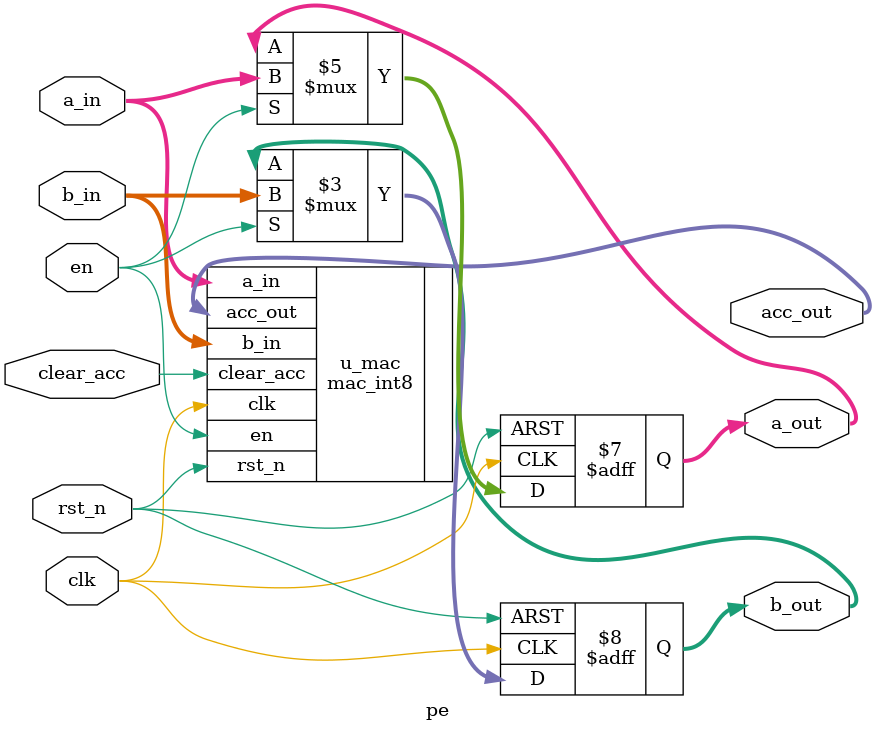
<source format=sv>
`default_nettype none

module pe #(
    parameter int DATA_W = 8,
    parameter int ACC_W  = 32
)(
    input  wire                        clk,
    input  wire                        rst_n,
    input  wire                        clear_acc,
    input  wire                        en,
    // Data from west / north
    input  wire  signed [DATA_W-1:0]   a_in,
    input  wire  signed [DATA_W-1:0]   b_in,
    // Data to east / south (delayed 1 cycle)
    output logic signed [DATA_W-1:0]   a_out,
    output logic signed [DATA_W-1:0]   b_out,
    // Accumulated result
    output logic signed [ACC_W-1:0]    acc_out
);

    // Pass-through registers
    always_ff @(posedge clk or negedge rst_n) begin
        if (!rst_n) begin
            a_out <= '0;
            b_out <= '0;
        end else if (en) begin
            a_out <= a_in;
            b_out <= b_in;
        end
    end

    // MAC unit
    mac_int8 #(
        .DATA_W (DATA_W),
        .ACC_W  (ACC_W)
    ) u_mac (
        .clk       (clk),
        .rst_n     (rst_n),
        .clear_acc (clear_acc),
        .en        (en),
        .a_in      (a_in),
        .b_in      (b_in),
        .acc_out   (acc_out)
    );

endmodule

`default_nettype wire

</source>
